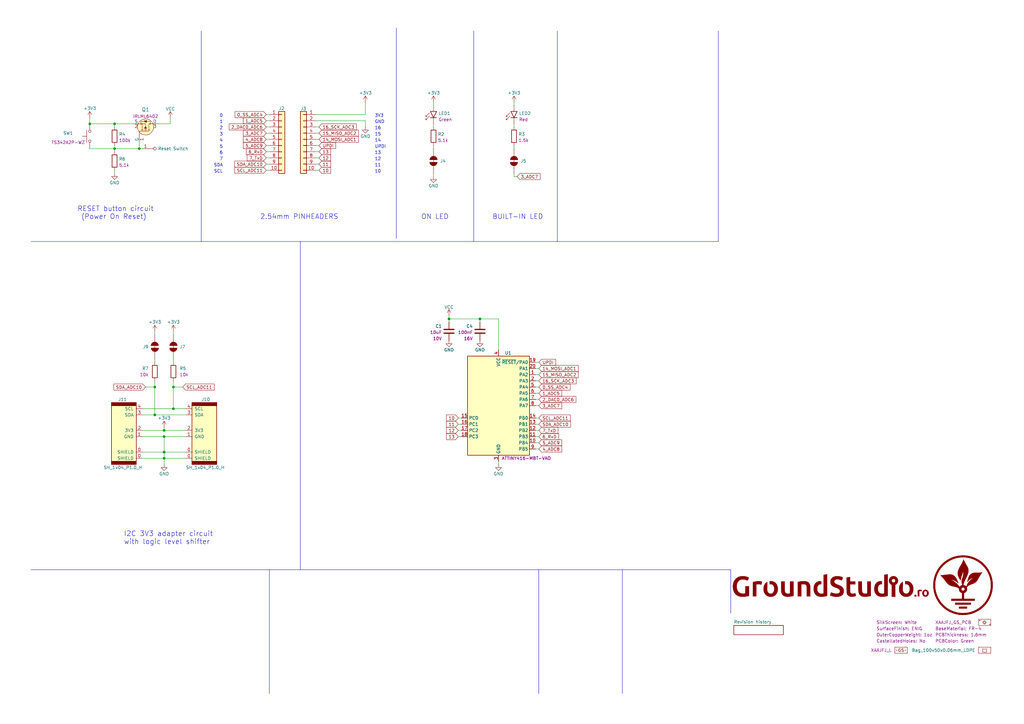
<source format=kicad_sch>
(kicad_sch (version 20230121) (generator eeschema)
  (paper "A3")
  (title_block (title "Tiny416") (date "2024-03-05") (rev "0.0.2") (company "GroundStudio.ro") (comment 1 "Schematic: Victor Nicula"))
  (lib_symbols
    (symbol "GS_Global6:+3V3" (power) (pin_names (offset 0))
      (property "Value" "+3V3" (at 0 3.556 0))
      (symbol "+3V3_1_1"
        (pin power_in line (at 0 0 90) (length 0) hide (name "+3V3") (number "1"))
      )
    )
    (symbol "GS_Global6:Bag_100x50x0.06mm_LDPE" (pin_names (offset 1.016))
      (property "Value" "Bag_100x50x0.06mm_LDPE" (at 0 -3.556 0))
    )
    (symbol "GS_Global6:C_0402_100nF_16V" (pin_numbers hide) (pin_names (offset 0.254))
      (property "Reference" "C" (at 0.635 2.54 0))
      (property "Capacitance" "100nF" (at 0 0 0))
      (property "RatedVoltage" "16V" (at 0 0 0))
      (symbol "C_0402_100nF_16V_1_1"
        (pin passive line (at 0 3.81 270) (length 2.794) (name "~") (number "1"))
        (pin passive line (at 0 -3.81 90) (length 2.794) (name "~") (number "2"))
      )
    )
    (symbol "GS_Global6:C_0402_10uF_10V" (pin_numbers hide) (pin_names (offset 0.254))
      (property "Reference" "C" (at 0.635 2.54 0))
      (property "Capacitance" "10uF" (at 0 0 0))
      (property "RatedVoltage" "10V" (at 0 0 0))
      (symbol "C_0402_10uF_10V_1_1"
        (pin passive line (at 0 3.81 270) (length 2.794) (name "~") (number "1"))
        (pin passive line (at 0 -3.81 90) (length 2.794) (name "~") (number "2"))
      )
    )
    (symbol "GS_Global6:GND" (power) (pin_names (offset 0))
      (property "Value" "GND" (at 0 -3.81 0))
      (symbol "GND_1_1"
        (pin power_in line (at 0 0 270) (length 0) hide (name "GND") (number "1"))
      )
    )
    (symbol "GS_Global6:PCB" (pin_names (offset 1.016))
      (property "MPN" "_GS_PCB" (at -3.81 0 0))
      (property "BaseMaterial" "BaseMaterial: FR-4" (at -27.94 0 0))
      (property "PCBThickness" "PCBThickness: 1.6mm" (at -27.94 -2.54 0))
      (property "PCBColor" "PCBColor: Green" (at -3.81 -7.62 0))
      (property "SilkScreen" "SilkScreen: White" (at -3.81 -5.08 0))
      (property "SurfaceFinish" "SurfaceFinish: ENIG" (at -27.94 -5.08 0))
      (property "OuterCopperWeight" "OuterCopperWeight: 1oz" (at -3.81 -2.54 0))
      (property "CastellatedHoles" "CastellatedHoles: No" (at -27.94 -7.62 0))
    )
    (symbol "GS_Global6:PinHeader_1x10_P2.54_V_M" (pin_names (offset 1.016) hide)
      (property "Reference" "J" (at 0 12.7 0))
      (symbol "PinHeader_1x10_P2.54_V_M_1_1"
        (pin passive line (at -5.08 10.16 0) (length 3.81) (name "Pin_1") (number "1"))
        (pin passive line (at -5.08 -12.7 0) (length 3.81) (name "Pin_10") (number "10"))
        (pin passive line (at -5.08 7.62 0) (length 3.81) (name "Pin_2") (number "2"))
        (pin passive line (at -5.08 5.08 0) (length 3.81) (name "Pin_3") (number "3"))
        (pin passive line (at -5.08 2.54 0) (length 3.81) (name "Pin_4") (number "4"))
        (pin passive line (at -5.08 0 0) (length 3.81) (name "Pin_5") (number "5"))
        (pin passive line (at -5.08 -2.54 0) (length 3.81) (name "Pin_6") (number "6"))
        (pin passive line (at -5.08 -5.08 0) (length 3.81) (name "Pin_7") (number "7"))
        (pin passive line (at -5.08 -7.62 0) (length 3.81) (name "Pin_8") (number "8"))
        (pin passive line (at -5.08 -10.16 0) (length 3.81) (name "Pin_9") (number "9"))
      )
    )
    (symbol "GS_Global6:QFN-20-1EP_3x3_P0.4_ATTINY416"
      (property "Reference" "U" (at -12.7 21.59 0))
      (property "MPN" "ATTINY416-MBT-VAO" (at 0 0 0))
      (symbol "QFN-20-1EP_3x3_P0.4_ATTINY416_1_1"
        (pin bidirectional line (at 15.24 12.7 180) (length 2.54) (name "PA2") (number "1"))
        (pin bidirectional line (at 15.24 -15.24 180) (length 2.54) (name "PB4") (number "10"))
        (pin bidirectional line (at 15.24 -12.7 180) (length 2.54) (name "PB3") (number "11"))
        (pin bidirectional line (at 15.24 -10.16 180) (length 2.54) (name "PB2") (number "12"))
        (pin bidirectional line (at 15.24 -7.62 180) (length 2.54) (name "PB1") (number "13"))
        (pin bidirectional line (at 15.24 -5.08 180) (length 2.54) (name "PB0") (number "14"))
        (pin bidirectional line (at -15.24 -5.08 0) (length 2.54) (name "PC0") (number "15"))
        (pin bidirectional line (at -15.24 -7.62 0) (length 2.54) (name "PC1") (number "16"))
        (pin bidirectional line (at -15.24 -10.16 0) (length 2.54) (name "PC2") (number "17"))
        (pin bidirectional line (at -15.24 -12.7 0) (length 2.54) (name "PC3") (number "18"))
        (pin bidirectional line (at 15.24 17.78 180) (length 2.54) (name "~{RESET}/PA0") (number "19"))
        (pin bidirectional line (at 15.24 10.16 180) (length 2.54) (name "PA3") (number "2"))
        (pin bidirectional line (at 15.24 15.24 180) (length 2.54) (name "PA1") (number "20"))
        (pin passive line (at 0 -22.86 90) (length 2.54) hide (name "GND") (number "21"))
        (pin power_in line (at 0 -22.86 90) (length 2.54) (name "GND") (number "3"))
        (pin power_in line (at 0 22.86 270) (length 2.54) (name "VCC") (number "4"))
        (pin bidirectional line (at 15.24 7.62 180) (length 2.54) (name "PA4") (number "5"))
        (pin bidirectional line (at 15.24 5.08 180) (length 2.54) (name "PA5") (number "6"))
        (pin bidirectional line (at 15.24 2.54 180) (length 2.54) (name "PA6") (number "7"))
        (pin bidirectional line (at 15.24 0 180) (length 2.54) (name "PA7") (number "8"))
        (pin bidirectional line (at 15.24 -17.78 180) (length 2.54) (name "PB5") (number "9"))
      )
    )
    (symbol "GS_Global6:R_0402_1.5k" (pin_numbers hide) (pin_names (offset 0))
      (property "Reference" "R" (at 2.032 0 90))
      (property "Resistance" "1.5k" (at 0 0 0))
      (symbol "R_0402_1.5k_1_1"
        (pin passive line (at 0 3.81 270) (length 1.27) (name "~") (number "1"))
        (pin passive line (at 0 -3.81 90) (length 1.27) (name "~") (number "2"))
      )
    )
    (symbol "GS_Global6:R_0402_100k" (pin_numbers hide) (pin_names (offset 0))
      (property "Reference" "R" (at 2.032 0 90))
      (property "Field6" "100k" (at 0 0 0))
      (symbol "R_0402_100k_1_1"
        (pin passive line (at 0 3.81 270) (length 1.27) (name "~") (number "1"))
        (pin passive line (at 0 -3.81 90) (length 1.27) (name "~") (number "2"))
      )
    )
    (symbol "GS_Global6:R_0402_5.1k" (pin_numbers hide) (pin_names (offset 0))
      (property "Reference" "R" (at 2.032 0 90))
      (property "Resistance" "5.1k" (at 0 0 0))
      (symbol "R_0402_5.1k_1_1"
        (pin passive line (at 0 3.81 270) (length 1.27) (name "~") (number "1"))
        (pin passive line (at 0 -3.81 90) (length 1.27) (name "~") (number "2"))
      )
    )
    (symbol "GS_Global6:SH_1x04_P1.0_H" (pin_names (offset 1.016))
      (property "Reference" "J" (at 1.27 13.97 0))
      (symbol "SH_1x04_P1.0_H_1_1"
        (pin power_out line (at -7.62 -10.16 0) (length 2.54) (name "SHIELD") (number "0"))
        (pin power_out line (at -7.62 -7.62 0) (length 2.54) (name "SHIELD") (number "0"))
        (pin power_out line (at -7.62 -1.27 0) (length 2.54) (name "GND") (number "1"))
        (pin power_in line (at -7.62 1.27 0) (length 2.54) (name "3V3") (number "2"))
        (pin bidirectional line (at -7.62 7.62 0) (length 2.54) (name "SDA") (number "3"))
        (pin bidirectional line (at -7.62 10.16 0) (length 2.54) (name "SCL") (number "4"))
      )
    )
    (symbol "GS_Global6:SOT-23_IRLML6402" (pin_names (offset 0))
      (property "Reference" "Q" (at -2.6924 3.6322 0))
      (property "MPN" "IRLML6402" (at 0 0 0))
      (symbol "SOT-23_IRLML6402_1_1"
        (pin bidirectional line (at -7.62 -2.54 0) (length 2.54) (name "G") (number "1"))
        (pin bidirectional line (at 0 -5.08 90) (length 2.54) (name "S") (number "2"))
        (pin bidirectional line (at 0 5.08 270) (length 2.54) (name "D") (number "3"))
      )
    )
    (symbol "GS_Global6:TestPoint" (pin_names (offset 1.016))
      (property "Value" "TestPoint" (at 0 2.54 0))
      (symbol "TestPoint_1_1"
        (pin passive line (at 0 -5.08 90) (length 2.54) (name "") (number "1"))
      )
    )
    (symbol "GS_Global6:VCC" (power) (pin_names (offset 0))
      (property "Value" "VCC" (at 0 3.81 0))
      (symbol "VCC_1_1"
        (pin power_in line (at 0 0 90) (length 0) hide (name "VCC") (number "1"))
      )
    )
    (symbol "GS_Global6:XAAJFJ_L"
      (property "MPN" "XAAJFJ_L" (at -3.81 0 0))
      (symbol "XAAJFJ_L_0_0"
        (text "GS" (at 0 0 0) (effects (font (size 1.27 1.27))))
      )
    )
    (symbol "GS_Local:+3V3" (power) (pin_names (offset 0))
      (property "Value" "+3V3" (at 0 3.556 0))
      (symbol "+3V3_1_1"
        (pin power_in line (at 0 0 90) (length 0) hide (name "+3V3") (number "1"))
      )
    )
    (symbol "GS_Local:GND" (power) (pin_names (offset 0))
      (property "Value" "GND" (at 0 -3.81 0))
      (symbol "GND_1_1"
        (pin power_in line (at 0 0 270) (length 0) hide (name "GND") (number "1"))
      )
    )
    (symbol "GS_Local:R" (pin_numbers hide) (pin_names (offset 0))
      (property "Reference" "R" (at 2.032 0 90))
      (property "Value" "R" (at 0 0 90))
      (symbol "R_1_1"
        (pin passive line (at 0 3.81 270) (length 1.27) (name "~") (number "1"))
        (pin passive line (at 0 -3.81 90) (length 1.27) (name "~") (number "2"))
      )
    )
    (symbol "GS_Local:SolderJumper_NC" (pin_numbers hide) (pin_names (offset 0) hide)
      (property "Reference" "J" (at 0 10.16 0))
      (property "Value" "SolderJumper_NC" (at 3.81 0 90))
      (symbol "SolderJumper_NC_1_1"
        (pin passive line (at 0 5.08 270) (length 2.9972) (name "1") (number "1"))
        (pin passive line (at 0 -5.08 90) (length 2.9972) (name "2") (number "2"))
      )
    )
    (symbol "GS_Local:TS342A2P-WZ" (pin_numbers hide) (pin_names (offset 1.016) hide)
      (property "Reference" "SW" (at 1.27 2.54 0))
      (property "Value" "TS342A2P-WZ" (at 0 -1.524 0))
      (symbol "TS342A2P-WZ_0_1"
        (pin passive line (at -5.08 0 0) (length 2.54) (name "1") (number "1"))
        (pin passive line (at 5.08 0 180) (length 2.54) (name "2") (number "2"))
      )
    )
    (symbol "GS_logo_mai_mic:LOGO" (pin_names (offset 1.016)))
    (symbol "LED_0402_GREEN_1" (pin_numbers hide) (pin_names (offset 1.016) hide)
      (property "Reference" "LED" (at 0.508 1.778 0))
      (property "Color" "Green" (at 0 0 0))
      (symbol "LED_0402_GREEN_1_1_1"
        (pin output line (at -5.08 0 0) (length 2.54) (name "K") (number "1"))
        (pin input line (at 2.54 0 180) (length 2.54) (name "A") (number "2"))
      )
    )
    (symbol "LED_0402_RED_1" (pin_numbers hide) (pin_names (offset 1.016) hide)
      (property "Reference" "LED" (at 0.508 1.778 0))
      (property "Color" "Red" (at 0 0 0))
      (symbol "LED_0402_RED_1_1_1"
        (pin output line (at -5.08 0 0) (length 2.54) (name "K") (number "1"))
        (pin input line (at 2.54 0 180) (length 2.54) (name "A") (number "2"))
      )
    )
  )
  (junction (at 67.31 187.96))
  (junction (at 46.99 50.8))
  (junction (at 63.5 158.75))
  (junction (at 67.31 179.07))
  (junction (at 71.12 158.75))
  (junction (at 63.5 170.18))
  (junction (at 184.15 130.81))
  (junction (at 71.12 167.64))
  (junction (at 36.83 50.8))
  (junction (at 67.31 185.42))
  (junction (at 67.31 176.53))
  (junction (at 57.15 60.96))
  (junction (at 46.99 60.96))
  (junction (at 196.85 130.81))
  (wire (pts (xy 187.96 179.07) (xy 189.23 179.07)))
  (wire (pts (xy 177.8 50.8) (xy 177.8 52.07)))
  (polyline (pts (xy 299.72 233.68) (xy 299.72 251.46)))
  (wire (pts (xy 220.98 151.13) (xy 219.71 151.13)))
  (wire (pts (xy 63.5 158.75) (xy 63.5 170.18)))
  (wire (pts (xy 109.22 64.77) (xy 110.49 64.77)))
  (wire (pts (xy 109.22 59.69) (xy 110.49 59.69)))
  (wire (pts (xy 58.42 187.96) (xy 67.31 187.96)))
  (wire (pts (xy 67.31 176.53) (xy 76.2 176.53)))
  (wire (pts (xy 67.31 179.07) (xy 76.2 179.07)))
  (polyline (pts (xy 82.55 12.7) (xy 82.55 99.06)))
  (wire (pts (xy 63.5 156.21) (xy 63.5 158.75)))
  (wire (pts (xy 220.98 179.07) (xy 219.71 179.07)))
  (wire (pts (xy 58.42 185.42) (xy 67.31 185.42)))
  (wire (pts (xy 149.86 46.99) (xy 129.54 46.99)))
  (wire (pts (xy 58.42 167.64) (xy 71.12 167.64)))
  (wire (pts (xy 36.83 60.96) (xy 46.99 60.96)))
  (wire (pts (xy 184.15 132.08) (xy 184.15 130.81)))
  (wire (pts (xy 57.15 60.96) (xy 58.42 60.96)))
  (wire (pts (xy 109.22 62.23) (xy 110.49 62.23)))
  (wire (pts (xy 130.81 67.31) (xy 129.54 67.31)))
  (wire (pts (xy 109.22 54.61) (xy 110.49 54.61)))
  (wire (pts (xy 220.98 173.99) (xy 219.71 173.99)))
  (wire (pts (xy 64.77 50.8) (xy 69.85 50.8)))
  (wire (pts (xy 67.31 187.96) (xy 76.2 187.96)))
  (wire (pts (xy 130.81 62.23) (xy 129.54 62.23)))
  (wire (pts (xy 109.22 69.85) (xy 110.49 69.85)))
  (wire (pts (xy 177.8 41.91) (xy 177.8 43.18)))
  (wire (pts (xy 220.98 156.21) (xy 219.71 156.21)))
  (wire (pts (xy 71.12 158.75) (xy 74.93 158.75)))
  (wire (pts (xy 184.15 129.54) (xy 184.15 130.81)))
  (wire (pts (xy 177.8 72.39) (xy 177.8 71.12)))
  (wire (pts (xy 177.8 60.96) (xy 177.8 59.69)))
  (wire (pts (xy 46.99 60.96) (xy 46.99 62.23)))
  (wire (pts (xy 67.31 185.42) (xy 76.2 185.42)))
  (wire (pts (xy 69.85 48.26) (xy 69.85 50.8)))
  (polyline (pts (xy 294.64 12.7) (xy 294.64 99.06)))
  (wire (pts (xy 220.98 176.53) (xy 219.71 176.53)))
  (wire (pts (xy 71.12 158.75) (xy 71.12 167.64)))
  (wire (pts (xy 220.98 161.29) (xy 219.71 161.29)))
  (wire (pts (xy 71.12 156.21) (xy 71.12 158.75)))
  (wire (pts (xy 210.82 72.39) (xy 210.82 71.12)))
  (wire (pts (xy 71.12 147.32) (xy 71.12 148.59)))
  (wire (pts (xy 46.99 50.8) (xy 54.61 50.8)))
  (wire (pts (xy 130.81 57.15) (xy 129.54 57.15)))
  (wire (pts (xy 220.98 148.59) (xy 219.71 148.59)))
  (wire (pts (xy 204.47 190.5) (xy 204.47 189.23)))
  (polyline (pts (xy 12.7 233.68) (xy 299.72 233.68)))
  (wire (pts (xy 196.85 130.81) (xy 204.47 130.81)))
  (wire (pts (xy 130.81 52.07) (xy 129.54 52.07)))
  (wire (pts (xy 130.81 54.61) (xy 129.54 54.61)))
  (wire (pts (xy 67.31 179.07) (xy 67.31 185.42)))
  (wire (pts (xy 187.96 171.45) (xy 189.23 171.45)))
  (wire (pts (xy 210.82 41.91) (xy 210.82 43.18)))
  (wire (pts (xy 46.99 50.8) (xy 46.99 52.07)))
  (wire (pts (xy 130.81 64.77) (xy 129.54 64.77)))
  (wire (pts (xy 212.09 72.39) (xy 210.82 72.39)))
  (wire (pts (xy 109.22 57.15) (xy 110.49 57.15)))
  (wire (pts (xy 109.22 46.99) (xy 110.49 46.99)))
  (wire (pts (xy 67.31 187.96) (xy 67.31 190.5)))
  (wire (pts (xy 220.98 163.83) (xy 219.71 163.83)))
  (wire (pts (xy 71.12 135.89) (xy 71.12 137.16)))
  (wire (pts (xy 46.99 59.69) (xy 46.99 60.96)))
  (wire (pts (xy 149.86 52.07) (xy 149.86 49.53)))
  (wire (pts (xy 58.42 176.53) (xy 67.31 176.53)))
  (wire (pts (xy 220.98 171.45) (xy 219.71 171.45)))
  (wire (pts (xy 58.42 179.07) (xy 67.31 179.07)))
  (wire (pts (xy 130.81 69.85) (xy 129.54 69.85)))
  (wire (pts (xy 220.98 184.15) (xy 219.71 184.15)))
  (wire (pts (xy 130.81 59.69) (xy 129.54 59.69)))
  (wire (pts (xy 63.5 170.18) (xy 76.2 170.18)))
  (wire (pts (xy 63.5 135.89) (xy 63.5 137.16)))
  (wire (pts (xy 196.85 132.08) (xy 196.85 130.81)))
  (polyline (pts (xy 12.7 99.06) (xy 294.64 99.06)))
  (wire (pts (xy 210.82 60.96) (xy 210.82 59.69)))
  (wire (pts (xy 46.99 60.96) (xy 57.15 60.96)))
  (wire (pts (xy 58.42 170.18) (xy 63.5 170.18)))
  (wire (pts (xy 220.98 166.37) (xy 219.71 166.37)))
  (polyline (pts (xy 162.56 11.43) (xy 162.56 97.79)))
  (wire (pts (xy 59.69 158.75) (xy 63.5 158.75)))
  (polyline (pts (xy 123.19 99.06) (xy 123.19 233.68)))
  (wire (pts (xy 149.86 49.53) (xy 129.54 49.53)))
  (wire (pts (xy 210.82 50.8) (xy 210.82 52.07)))
  (wire (pts (xy 67.31 185.42) (xy 67.31 187.96)))
  (wire (pts (xy 220.98 158.75) (xy 219.71 158.75)))
  (wire (pts (xy 63.5 147.32) (xy 63.5 148.59)))
  (polyline (pts (xy 194.31 12.7) (xy 194.31 99.06)))
  (wire (pts (xy 109.22 49.53) (xy 110.49 49.53)))
  (wire (pts (xy 187.96 176.53) (xy 189.23 176.53)))
  (polyline (pts (xy 110.49 233.68) (xy 110.49 284.48)))
  (wire (pts (xy 67.31 175.26) (xy 67.31 176.53)))
  (wire (pts (xy 109.22 52.07) (xy 110.49 52.07)))
  (wire (pts (xy 149.86 41.91) (xy 149.86 46.99)))
  (wire (pts (xy 36.83 50.8) (xy 46.99 50.8)))
  (polyline (pts (xy 220.98 233.68) (xy 220.98 284.48)))
  (wire (pts (xy 109.22 67.31) (xy 110.49 67.31)))
  (wire (pts (xy 71.12 167.64) (xy 76.2 167.64)))
  (polyline (pts (xy 228.6 12.7) (xy 228.6 99.06)))
  (wire (pts (xy 36.83 48.26) (xy 36.83 50.8)))
  (wire (pts (xy 220.98 153.67) (xy 219.71 153.67)))
  (wire (pts (xy 46.99 69.85) (xy 46.99 71.12)))
  (wire (pts (xy 187.96 173.99) (xy 189.23 173.99)))
  (wire (pts (xy 204.47 130.81) (xy 204.47 143.51)))
  (wire (pts (xy 57.15 58.42) (xy 57.15 60.96)))
  (wire (pts (xy 220.98 181.61) (xy 219.71 181.61)))
  (polyline (pts (xy 255.27 233.68) (xy 255.27 284.48)))
  (wire (pts (xy 184.15 130.81) (xy 196.85 130.81)))
  (text "1" (at 91.44 50.8 0) (effects (font (size 1.27 1.27)) (justify right bottom)))
  (text "4" (at 91.44 58.42 0) (effects (font (size 1.27 1.27)) (justify right bottom)))
  (text "RESET button circuit\n (Power On Reset)" (at 31.75 90.17 0) (effects (font (size 2 2)) (justify left bottom)))
  (text "SDA" (at 91.44 68.58 0) (effects (font (size 1.27 1.27)) (justify right bottom)))
  (text "10" (at 153.67 71.12 0) (effects (font (size 1.27 1.27)) (justify left bottom)))
  (text "BUILT-IN LED" (at 201.93 90.17 0) (effects (font (size 2 2)) (justify left bottom)))
  (text "UPDI" (at 153.67 60.96 0) (effects (font (size 1.27 1.27)) (justify left bottom)))
  (text "16" (at 153.67 53.34 0) (effects (font (size 1.27 1.27)) (justify left bottom)))
  (text "14" (at 153.67 58.42 0) (effects (font (size 1.27 1.27)) (justify left bottom)))
  (text "7" (at 91.44 66.04 0) (effects (font (size 1.27 1.27)) (justify right bottom)))
  (text "5" (at 91.44 60.96 0) (effects (font (size 1.27 1.27)) (justify right bottom)))
  (text "GND" (at 153.67 50.8 0) (effects (font (size 1.27 1.27)) (justify left bottom)))
  (text "ON LED" (at 172.72 90.17 0) (effects (font (size 2 2)) (justify left bottom)))
  (text "6" (at 91.44 63.5 0) (effects (font (size 1.27 1.27)) (justify right bottom)))
  (text "13" (at 153.67 63.5 0) (effects (font (size 1.27 1.27)) (justify left bottom)))
  (text "2.54mm PINHEADERS" (at 106.68 90.17 0) (effects (font (size 2 2)) (justify left bottom)))
  (text "15" (at 153.67 55.88 0) (effects (font (size 1.27 1.27)) (justify left bottom)))
  (text "12" (at 153.67 66.04 0) (effects (font (size 1.27 1.27)) (justify left bottom)))
  (text "11" (at 153.67 68.58 0) (effects (font (size 1.27 1.27)) (justify left bottom)))
  (text "0" (at 91.44 48.26 0) (effects (font (size 1.27 1.27)) (justify right bottom)))
  (text "3" (at 91.44 55.88 0) (effects (font (size 1.27 1.27)) (justify right bottom)))
  (text "I2C 3V3 adapter circuit\nwith logic level shifter" (at 50.8 223.52 0) (effects (font (size 2.032 2.032)) (justify left bottom)))
  (text "2" (at 91.44 53.34 0) (effects (font (size 1.27 1.27)) (justify right bottom)))
  (text "3V3" (at 153.67 48.26 0) (effects (font (size 1.27 1.27)) (justify left bottom)))
  (text "SCL" (at 91.44 71.12 0) (effects (font (size 1.27 1.27)) (justify right bottom)))
  (global_label "SDA_ADC10" (shape input) (at 109.22 67.31 180) (property "Intersheetrefs" "${INTERSHEET_REFS}" (effects hide)))
  (global_label "3_ADC7" (shape input) (at 220.98 166.37 0) (property "Intersheetrefs" "${INTERSHEET_REFS}" (effects hide)))
  (global_label "SDA_ADC10" (shape input) (at 220.98 173.99 0) (property "Intersheetrefs" "${INTERSHEET_REFS}" (effects hide)))
  (global_label "14_MOSI_ADC1" (shape input) (at 130.81 57.15 0) (property "Intersheetrefs" "${INTERSHEET_REFS}" (effects hide)))
  (global_label "SCL_ADC11" (shape input) (at 74.93 158.75 0) (property "Intersheetrefs" "${INTERSHEET_REFS}" (effects hide)))
  (global_label "UPDI" (shape input) (at 130.81 59.69 0) (property "Intersheetrefs" "${INTERSHEET_REFS}" (effects hide)))
  (global_label "5_ADC9" (shape input) (at 109.22 59.69 180) (property "Intersheetrefs" "${INTERSHEET_REFS}" (effects hide)))
  (global_label "1_ADC5" (shape input) (at 220.98 161.29 0) (property "Intersheetrefs" "${INTERSHEET_REFS}" (effects hide)))
  (global_label "13" (shape input) (at 130.81 62.23 0) (property "Intersheetrefs" "${INTERSHEET_REFS}" (effects hide)))
  (global_label "SCL_ADC11" (shape input) (at 220.98 171.45 0) (property "Intersheetrefs" "${INTERSHEET_REFS}" (effects hide)))
  (global_label "15_MISO_ADC2" (shape input) (at 130.81 54.61 0) (property "Intersheetrefs" "${INTERSHEET_REFS}" (effects hide)))
  (global_label "6_RxD" (shape input) (at 109.22 62.23 180) (property "Intersheetrefs" "${INTERSHEET_REFS}" (effects hide)))
  (global_label "5_ADC9" (shape input) (at 220.98 181.61 0) (property "Intersheetrefs" "${INTERSHEET_REFS}" (effects hide)))
  (global_label "7_TxD" (shape input) (at 220.98 176.53 0) (property "Intersheetrefs" "${INTERSHEET_REFS}" (effects hide)))
  (global_label "UPDI" (shape input) (at 220.98 148.59 0) (property "Intersheetrefs" "${INTERSHEET_REFS}" (effects hide)))
  (global_label "10" (shape input) (at 130.81 69.85 0) (property "Intersheetrefs" "${INTERSHEET_REFS}" (effects hide)))
  (global_label "3_ADC7" (shape input) (at 109.22 54.61 180) (property "Intersheetrefs" "${INTERSHEET_REFS}" (effects hide)))
  (global_label "1_ADC5" (shape input) (at 109.22 49.53 180) (property "Intersheetrefs" "${INTERSHEET_REFS}" (effects hide)))
  (global_label "SCL_ADC11" (shape input) (at 109.22 69.85 180) (property "Intersheetrefs" "${INTERSHEET_REFS}" (effects hide)))
  (global_label "16_SCK_ADC3" (shape input) (at 130.81 52.07 0) (property "Intersheetrefs" "${INTERSHEET_REFS}" (effects hide)))
  (global_label "2_DAC0_ADC6" (shape input) (at 109.22 52.07 180) (property "Intersheetrefs" "${INTERSHEET_REFS}" (effects hide)))
  (global_label "2_DAC0_ADC6" (shape input) (at 220.98 163.83 0) (property "Intersheetrefs" "${INTERSHEET_REFS}" (effects hide)))
  (global_label "13" (shape input) (at 187.96 179.07 180) (property "Intersheetrefs" "${INTERSHEET_REFS}" (effects hide)))
  (global_label "10" (shape input) (at 187.96 171.45 180) (property "Intersheetrefs" "${INTERSHEET_REFS}" (effects hide)))
  (global_label "4_ADC8" (shape input) (at 220.98 184.15 0) (property "Intersheetrefs" "${INTERSHEET_REFS}" (effects hide)))
  (global_label "SDA_ADC10" (shape input) (at 59.69 158.75 180) (property "Intersheetrefs" "${INTERSHEET_REFS}" (effects hide)))
  (global_label "16_SCK_ADC3" (shape input) (at 220.98 156.21 0) (property "Intersheetrefs" "${INTERSHEET_REFS}" (effects hide)))
  (global_label "14_MOSI_ADC1" (shape input) (at 220.98 151.13 0) (property "Intersheetrefs" "${INTERSHEET_REFS}" (effects hide)))
  (global_label "0_SS_ADC4" (shape input) (at 220.98 158.75 0) (property "Intersheetrefs" "${INTERSHEET_REFS}" (effects hide)))
  (global_label "0_SS_ADC4" (shape input) (at 109.22 46.99 180) (property "Intersheetrefs" "${INTERSHEET_REFS}" (effects hide)))
  (global_label "3_ADC7" (shape input) (at 212.09 72.39 0) (property "Intersheetrefs" "${INTERSHEET_REFS}" (effects hide)))
  (global_label "11" (shape input) (at 187.96 173.99 180) (property "Intersheetrefs" "${INTERSHEET_REFS}" (effects hide)))
  (global_label "7_TxD" (shape input) (at 109.22 64.77 180) (property "Intersheetrefs" "${INTERSHEET_REFS}" (effects hide)))
  (global_label "11" (shape input) (at 130.81 67.31 0) (property "Intersheetrefs" "${INTERSHEET_REFS}" (effects hide)))
  (global_label "4_ADC8" (shape input) (at 109.22 57.15 180) (property "Intersheetrefs" "${INTERSHEET_REFS}" (effects hide)))
  (global_label "15_MISO_ADC2" (shape input) (at 220.98 153.67 0) (property "Intersheetrefs" "${INTERSHEET_REFS}" (effects hide)))
  (global_label "6_RxD" (shape input) (at 220.98 179.07 0) (property "Intersheetrefs" "${INTERSHEET_REFS}" (effects hide)))
  (global_label "12" (shape input) (at 130.81 64.77 0) (property "Intersheetrefs" "${INTERSHEET_REFS}" (effects hide)))
  (global_label "12" (shape input) (at 187.96 176.53 180) (property "Intersheetrefs" "${INTERSHEET_REFS}" (effects hide)))
  (symbol (lib_id "GS_Global6:SH_1x04_P1.0_H") (at 83.82 177.8 0) (unit 1)
    (property "Reference" "J10" (at 82.55 163.83 0) (effects (justify left)))
    (property "Value" "SH_1x04_P1.0_H" (at 76.2 191.77 0) (effects (justify left)))
    (property "Footprint" "GS_Global6:SH__1x04_P1.00mm_Horizontal" (effects hide))
    (property "Datasheet" "https://datasheet.lcsc.com/szlcsc/1811082116_BOOMELE-Boom-Precision-Elec-C145956_C145956.pdf" (effects hide))
    (property "MPN" "C145956" (effects hide))
    (property "LCSC" "C145956" (effects hide))
    (property "Descript" "0.039\"(1.00mm) 4 SMD,P=1mm Wire To Board" (effects hide))
  )
  (symbol (lib_id "GS_Local:GND") (at 184.15 139.7 0) (mirror y) (unit 1)
    (property "Reference" "#PWR0111" (effects hide))
    (property "Value" "GND" (at 184.15 143.51 0))
  )
  (symbol (lib_id "GS_Global6:PCB") (at 403.86 255.27 0) (unit 1)
    (property "Reference" "P1" (effects hide))
    (property "Value" "PCB" (effects hide))
    (property "MPN" "XAAJFJ_GS_PCB" (at 383.54 255.27 0) (effects (justify left)))
    (property "BaseMaterial" "BaseMaterial: FR-4" (at 383.54 257.8069 0) (effects (justify left)))
    (property "PCBThickness" "PCBThickness: 1.6mm" (at 383.54 260.3438 0) (effects (justify left)))
    (property "PCBColor" "PCBColor: Green" (at 383.54 262.8807 0) (effects (justify left)))
    (property "SilkScreen" "SilkScreen: White" (at 359.41 255.27 0) (effects (justify left)))
    (property "SurfaceFinish" "SurfaceFinish: ENIG" (at 359.41 257.8069 0) (effects (justify left)))
    (property "OuterCopperWeight" "OuterCopperWeight: 1oz" (at 359.41 260.3438 0) (effects (justify left)))
    (property "CastellatedHoles" "CastellatedHoles: No" (at 359.41 262.8807 0) (effects (justify left)))
  )
  (symbol (lib_id "GS_Local:+3V3") (at 177.8 41.91 0) (mirror y) (unit 1)
    (property "Reference" "#PWR0101" (effects hide))
    (property "Value" "+3V3" (at 177.8 38.1 0))
  )
  (symbol (lib_id "GS_Local:SolderJumper_NC") (at 63.5 142.24 180) (unit 1)
    (property "Reference" "J9" (at 60.96 142.24 0) (effects (justify left)))
    (property "Value" "SolderJumper_NC" (effects hide))
    (property "Footprint" "GS_Global6:SolderJumper_NC" (effects hide))
  )
  (symbol (lib_id "GS_Global6:PinHeader_1x10_P2.54_V_M") (at 115.57 57.15 0) (unit 1)
    (property "Reference" "J2" (at 114.3 44.45 0) (effects (justify left)))
    (property "Value" "PinHeader_1x10_P2.54_V_M" (effects hide))
    (property "Footprint" "GS_Global6:PinHeader_1x10_P2.54mm_Vertical_Male" (effects hide))
    (property "Datasheet" "https://datasheet.lcsc.com/lcsc/1810221711_BOOMELE-Boom-Precision-Elec-C57369_C57369.pdf" (effects hide))
    (property "MPN" "C57369" (effects hide))
    (property "LCSC" "C57369" (effects hide))
  )
  (symbol (lib_id "GS_Local:+3V3") (at 63.5 135.89 0) (mirror y) (unit 1)
    (property "Reference" "#PWR0107" (effects hide))
    (property "Value" "+3V3" (at 63.5 132.08 0))
  )
  (symbol (lib_id "GS_Local:GND") (at 204.47 190.5 0) (unit 1)
    (property "Reference" "#PWR0117" (effects hide))
    (property "Value" "GND" (at 204.47 194.31 0))
  )
  (symbol (lib_id "GS_Global6:SH_1x04_P1.0_H") (at 50.8 177.8 0) (mirror y) (unit 1)
    (property "Reference" "J11" (at 52.07 163.83 0) (effects (justify left)))
    (property "Value" "SH_1x04_P1.0_H" (at 58.42 191.77 0) (effects (justify left)))
    (property "Footprint" "GS_Global6:SH__1x04_P1.00mm_Horizontal" (effects hide))
    (property "Datasheet" "https://datasheet.lcsc.com/szlcsc/1811082116_BOOMELE-Boom-Precision-Elec-C145956_C145956.pdf" (effects hide))
    (property "MPN" "C145956" (effects hide))
    (property "LCSC" "C145956" (effects hide))
    (property "Descript" "0.039\"(1.00mm) 4 SMD,P=1mm Wire To Board" (effects hide))
  )
  (symbol (lib_id "GS_Global6:QFN-20-1EP_3x3_P0.4_ATTINY416") (at 204.47 166.37 0) (unit 1)
    (property "Reference" "U1" (at 207.01 144.78 0) (effects (justify left)))
    (property "Value" "QFN-20-1EP_3x3_P0.4_ATTINY416" (effects hide))
    (property "Footprint" "GS_Global6:QFN-20-1EP_3x3mm_P0.4mm_EP1.7x1.7mm" (effects hide))
    (property "Datasheet" "https://ww1.microchip.com/downloads/aemDocuments/documents/MCU08/ProductDocuments/DataSheets/ATtiny416-417-814-816-817-Auto-DataSheet-DS40002014C.pdf" (effects hide))
    (property "LCSC" "C2053012" (effects hide))
    (property "MPN" "ATTINY416-MBT-VAO" (at 205.74 187.96 0) (effects (justify left)))
  )
  (symbol (lib_id "GS_Local:GND") (at 149.86 52.07 0) (mirror y) (unit 1)
    (property "Reference" "#PWR0110" (effects hide))
    (property "Value" "GND" (at 149.86 55.88 0))
  )
  (symbol (lib_id "GS_logo_mai_mic:LOGO") (at 353.695 240.03 0) (unit 1)
    (property "Reference" "#G1" (effects hide))
    (property "Value" "LOGO" (effects hide))
  )
  (symbol (lib_id "GS_Global6:PinHeader_1x10_P2.54_V_M") (at 124.46 57.15 0) (mirror y) (unit 1)
    (property "Reference" "J3" (at 124.46 44.5572 0))
    (property "Value" "PinHeader_1x10_P2.54_V_M" (effects hide))
    (property "Footprint" "GS_Global6:PinHeader_1x10_P2.54mm_Vertical_Male" (effects hide))
    (property "Datasheet" "https://datasheet.lcsc.com/lcsc/1810221711_BOOMELE-Boom-Precision-Elec-C57369_C57369.pdf" (effects hide))
    (property "MPN" "C57369" (effects hide))
    (property "LCSC" "C57369" (effects hide))
  )
  (symbol (lib_id "GS_Global6:VCC") (at 184.15 129.54 0) (unit 1)
    (property "Reference" "#PWR03" (effects hide))
    (property "Value" "VCC" (at 184.15 125.9642 0))
  )
  (symbol (lib_id "GS_Local:GND") (at 177.8 72.39 0) (unit 1)
    (property "Reference" "#PWR0114" (effects hide))
    (property "Value" "GND" (at 177.8 76.2 0))
  )
  (symbol (lib_id "GS_Global6:R_0402_5.1k") (at 177.8 55.88 0) (unit 1)
    (property "Reference" "R2" (at 179.578 55.0453 0) (effects (justify left)))
    (property "Value" "R_0402_5.1k" (effects hide))
    (property "Footprint" "GS_Global6:R_0402_alt" (effects hide))
    (property "Datasheet" "https://datasheet.lcsc.com/lcsc/1811141743_FH-Guangdong-Fenghua-Advanced-Tech-RC-02W5101FT_C294638.pdf" (effects hide))
    (property "MPN" "RC-02W5101FT" (effects hide))
    (property "LCSC" "C294638" (effects hide))
    (property "Resistance" "5.1k" (at 179.578 57.5822 0) (effects (justify left)))
    (property "RatedPower" "1/16W" (effects hide))
  )
  (symbol (lib_id "GS_Global6:R_0402_100k") (at 46.99 55.88 0) (unit 1)
    (property "Reference" "R4" (at 48.768 55.0453 0) (effects (justify left)))
    (property "Value" "R_0402_100k" (effects hide))
    (property "Footprint" "GS_Global6:R_0402_alt" (effects hide))
    (property "Datasheet" "https://datasheet.lcsc.com/lcsc/2110260030_UNI-ROYAL-Uniroyal-Elec-0402WGF1003TCE_C25741.pdf" (effects hide))
    (property "MPN" "0402WGF1003TCE" (effects hide))
    (property "LCSC" "C25741" (effects hide))
    (property "Resistance" "100k" (at 48.768 57.5822 0) (effects (justify left)))
    (property "Rated Power" "1/16W" (effects hide))
  )
  (symbol (lib_id "GS_Local:SolderJumper_NC") (at 71.12 142.24 0) (mirror x) (unit 1)
    (property "Reference" "J7" (at 73.66 142.24 0) (effects (justify left)))
    (property "Value" "SolderJumper_NC" (effects hide))
    (property "Footprint" "GS_Global6:SolderJumper_NC" (effects hide))
  )
  (symbol (lib_id "GS_Global6:SOT-23_IRLML6402") (at 59.69 50.8 270) (mirror x) (unit 1)
    (property "Reference" "Q1" (at 59.69 44.9671 90) (effects (font (size 1.524 1.524))))
    (property "Value" "SOT-23_IRLML6402" (effects hide))
    (property "Footprint" "GS_Global6:SOT-23" (effects hide))
    (property "Datasheet" "https://datasheet.lcsc.com/lcsc/2005121032_HUASHUO-IRLML6402_C518785.pdf" (effects hide))
    (property "MPN" "IRLML6402" (at 59.69 47.7322 90))
    (property "LCSC" "C518785" (effects hide))
    (property "Description" "20V 4.9A 45mΩ@4.5V,4.9A 1.31W 1V@250μA P Channel SOT-23-3 MOSFETs ROHS" (effects hide))
  )
  (symbol (lib_id "GS_Local:TS342A2P-WZ") (at 36.83 55.88 90) (mirror x) (unit 1)
    (property "Reference" "SW1" (at 27.94 54.61 90))
    (property "Value" "TS342A2P-WZ" (effects hide))
    (property "Footprint" "GS_Global6:TS342A2P-WZ" (effects hide))
    (property "Datasheet" "https://datasheet.lcsc.com/szlcsc/2005221232_SHOU-HAN-TS342A2P-WZ_C557591.pdf" (effects hide))
    (property "MPN" "TS342A2P-WZ" (at 27.94 58.42 90))
    (property "LCSC" "C557591" (effects hide))
  )
  (symbol (lib_name "LED_0402_GREEN_1") (lib_id "GS_Global6:LED_0402_GREEN") (at 177.8 45.72 90) (unit 1)
    (property "Reference" "LED1" (at 179.832 46.5109 90) (effects (justify right)))
    (property "Value" "LED_0402_GREEN" (effects hide))
    (property "Footprint" "GS_Global6:LED_0402_alt" (effects hide))
    (property "Datasheet" "https://datasheet.lcsc.com/lcsc/2006241134_TUOZHAN-TZ-P2-0402GTIA1-0-45T_C688877.pdf" (effects hide))
    (property "MPN" "TZ-P2-0402GTIA1-0.45T" (effects hide))
    (property "LCSC" "C688877" (effects hide))
    (property "Color" "Green" (at 179.832 49.0478 90) (effects (justify right)))
    (property "Comment" "5V: 10k || 3.3V: 5.1k || Fv: 2.3V" (effects hide))
  )
  (symbol (lib_id "GS_Global6:+3V3") (at 67.31 175.26 0) (unit 1)
    (property "Reference" "#PWR0108" (effects hide))
    (property "Value" "+3V3" (at 67.31 171.45 0))
  )
  (symbol (lib_id "GS_Local:+3V3") (at 210.82 41.91 0) (mirror y) (unit 1)
    (property "Reference" "#PWR0102" (effects hide))
    (property "Value" "+3V3" (at 210.82 38.1 0))
  )
  (symbol (lib_id "GS_Local:GND") (at 46.99 71.12 0) (mirror y) (unit 1)
    (property "Reference" "#PWR04" (effects hide))
    (property "Value" "GND" (at 46.99 74.93 0))
  )
  (symbol (lib_id "GS_Local:R") (at 71.12 152.4 0) (unit 1)
    (property "Reference" "R5" (at 73.66 151.13 0) (effects (justify left)))
    (property "Value" "R_0402_10k" (effects hide))
    (property "Footprint" "GS_Global6:R_0402_alt" (effects hide))
    (property "Datasheet" "https://datasheet.lcsc.com/lcsc/2110252330_UNI-ROYAL-Uniroyal-Elec-0402WGJ0103TCE_C25531.pdf" (effects hide))
    (property "MPN" "0402WGJ0103TCE" (effects hide))
    (property "LCSC" "C25531" (effects hide))
    (property "Resistance" "10k" (at 73.66 153.67 0) (effects (justify left)))
  )
  (symbol (lib_id "GS_Local:+3V3") (at 36.83 48.26 0) (mirror y) (unit 1)
    (property "Reference" "#PWR0103" (effects hide))
    (property "Value" "+3V3" (at 36.83 44.45 0))
  )
  (symbol (lib_id "GS_Local:+3V3") (at 149.86 41.91 0) (mirror y) (unit 1)
    (property "Reference" "#PWR0112" (effects hide))
    (property "Value" "+3V3" (at 149.86 38.1 0))
  )
  (symbol (lib_id "GS_Local:SolderJumper_NC") (at 210.82 66.04 0) (mirror y) (unit 1)
    (property "Reference" "J5" (at 215.9 66.04 0) (effects (justify left)))
    (property "Value" "SolderJumper_NC" (effects hide))
    (property "Footprint" "GS_Global6:SolderJumper_NC" (effects hide))
  )
  (symbol (lib_id "GS_Local:R") (at 63.5 152.4 0) (mirror y) (unit 1)
    (property "Reference" "R7" (at 60.96 151.13 0) (effects (justify left)))
    (property "Value" "R_0402_10k" (effects hide))
    (property "Footprint" "GS_Global6:R_0402_alt" (effects hide))
    (property "Datasheet" "https://datasheet.lcsc.com/lcsc/2110252330_UNI-ROYAL-Uniroyal-Elec-0402WGJ0103TCE_C25531.pdf" (effects hide))
    (property "MPN" "0402WGJ0103TCE" (effects hide))
    (property "LCSC" "C25531" (effects hide))
    (property "Resistance" "10k" (at 60.96 153.67 0) (effects (justify left)))
  )
  (symbol (lib_id "GS_Global6:C_0402_100nF_16V") (at 196.85 135.89 0) (mirror y) (unit 1)
    (property "Reference" "C4" (at 193.929 133.7869 0) (effects (justify left)))
    (property "Value" "C_0402_100nF_16V" (effects hide))
    (property "Footprint" "GS_Global6:C_0402_alt" (effects hide))
    (property "Datasheet" "https://datasheet.lcsc.com/lcsc/1811011928_Walsin-Tech-Corp-0402B104K160CT_C83056.pdf" (effects hide))
    (property "MPN" "0402B104K160CT" (effects hide))
    (property "LCSC" "C83056" (effects hide))
    (property "Capacitance" "100nF" (at 193.929 136.3238 0) (effects (justify left)))
    (property "RatedVoltage" "16V" (at 193.929 138.8607 0) (effects (justify left)))
  )
  (symbol (lib_id "GS_Global6:VCC") (at 69.85 48.26 0) (unit 1)
    (property "Reference" "#PWR02" (effects hide))
    (property "Value" "VCC" (at 69.85 44.6842 0))
  )
  (symbol (lib_id "GS_Local:SolderJumper_NC") (at 177.8 66.04 0) (mirror y) (unit 1)
    (property "Reference" "J4" (at 182.88 66.04 0) (effects (justify left)))
    (property "Value" "SolderJumper_NC" (effects hide))
    (property "Footprint" "GS_Global6:SolderJumper_NC" (effects hide))
  )
  (symbol (lib_id "GS_Global6:XAAJFJ_L") (at 369.57 266.7 0) (mirror x) (unit 1)
    (property "Reference" "L1" (effects hide))
    (property "Value" "XAAJFJ_L" (effects hide))
    (property "MPN" "XAAJFJ_L" (at 365.76 266.7 0) (effects (justify right)))
  )
  (symbol (lib_id "GS_Local:GND") (at 196.85 139.7 0) (mirror y) (unit 1)
    (property "Reference" "#PWR0118" (effects hide))
    (property "Value" "GND" (at 196.85 143.51 0))
  )
  (symbol (lib_id "GS_Global6:Bag_100x50x0.06mm_LDPE") (at 403.86 266.7 0) (unit 1)
    (property "Reference" "B1" (effects hide))
    (property "Value" "Bag_100x50x0.06mm_LDPE" (at 400.05 266.7 0) (effects (justify right)))
    (property "MPN" "KFHHEG_B" (effects hide))
  )
  (symbol (lib_id "GS_Global6:R_0402_5.1k") (at 46.99 66.04 0) (unit 1)
    (property "Reference" "R6" (at 48.768 65.2053 0) (effects (justify left)))
    (property "Value" "R_0402_5.1k" (effects hide))
    (property "Footprint" "GS_Global6:R_0402_alt" (effects hide))
    (property "Datasheet" "https://datasheet.lcsc.com/lcsc/1811141743_FH-Guangdong-Fenghua-Advanced-Tech-RC-02W5101FT_C294638.pdf" (effects hide))
    (property "MPN" "RC-02W5101FT" (effects hide))
    (property "LCSC" "C294638" (effects hide))
    (property "Resistance" "5.1k" (at 48.768 67.7422 0) (effects (justify left)))
    (property "RatedPower" "1/16W" (effects hide))
  )
  (symbol (lib_id "GS_Global6:GND") (at 67.31 190.5 0) (unit 1)
    (property "Reference" "#PWR0109" (effects hide))
    (property "Value" "GND" (at 67.31 194.31 0))
  )
  (symbol (lib_name "LED_0402_RED_1") (lib_id "GS_Global6:LED_0402_RED") (at 210.82 45.72 90) (unit 1)
    (property "Reference" "LED2" (at 212.852 46.5109 90) (effects (justify right)))
    (property "Value" "LED_0402_RED" (effects hide))
    (property "Footprint" "GS_Global6:LED_0402_alt" (effects hide))
    (property "Datasheet" "https://datasheet.lcsc.com/lcsc/2009251739_TUOZHAN-TZ-P2-0402RTIA1-0-45T_C779449.pdf" (effects hide))
    (property "MPN" "TZ-P2-0402RTIA1-0.45T" (effects hide))
    (property "LCSC" "C779449" (effects hide))
    (property "Color" "Red" (at 212.852 49.0478 90) (effects (justify right)))
    (property "Comment" "5V: 2.2k || 3.3V: 1.5k || Fv: 1.85V" (effects hide))
  )
  (symbol (lib_id "GS_Local:+3V3") (at 71.12 135.89 0) (mirror y) (unit 1)
    (property "Reference" "#PWR0106" (effects hide))
    (property "Value" "+3V3" (at 71.12 132.08 0))
  )
  (symbol (lib_id "GS_Global6:TestPoint") (at 63.5 60.96 270) (unit 1)
    (property "Reference" "TP1" (effects hide))
    (property "Value" "Reset Switch" (at 64.77 60.96 90) (effects (justify left)))
    (property "Footprint" "GS_Global6:TestPoint" (effects hide))
  )
  (symbol (lib_id "GS_Global6:C_0402_10uF_10V") (at 184.15 135.89 0) (mirror x) (unit 1)
    (property "Reference" "C1" (at 181.2291 133.7869 0) (effects (justify right)))
    (property "Value" "C_0402_10uF_10V" (effects hide))
    (property "Footprint" "GS_Global6:C_0402_alt" (effects hide))
    (property "Datasheet" "http://www.yuden.co.jp/cs/" (effects hide))
    (property "MPN" "LDK105CBJ106MVLF" (effects hide))
    (property "LCSC" "C386033" (effects hide))
    (property "Capacitance" "10uF" (at 181.2291 136.3238 0) (effects (justify right)))
    (property "RatedVoltage" "10V" (at 181.2291 138.8607 0) (effects (justify right)))
  )
  (symbol (lib_id "GS_Global6:R_0402_1.5k") (at 210.82 55.88 0) (unit 1)
    (property "Reference" "R3" (at 212.598 55.0453 0) (effects (justify left)))
    (property "Value" "R_0402_1.5k" (effects hide))
    (property "Footprint" "GS_Global6:R_0402_alt" (effects hide))
    (property "Datasheet" "https://datasheet.lcsc.com/lcsc/2110260030_UNI-ROYAL-Uniroyal-Elec-0402WGF1501TCE_C25867.pdf" (effects hide))
    (property "MPN" "0402WGF1501TCE" (effects hide))
    (property "LCSC" "C25867" (effects hide))
    (property "Resistance" "1.5k" (at 212.598 57.5822 0) (effects (justify left)))
    (property "RatedPower" "1/16W" (effects hide))
  )
  (sheet (at 300.99 256.54) (size 20.32 3.81)
    (property "Sheetname" "Revision history" (at 300.99 255.8284 0) (effects (justify left bottom)))
    (property "Sheetfile" "Revision history.kicad_sch" (effects hide))
  )
)
</source>
